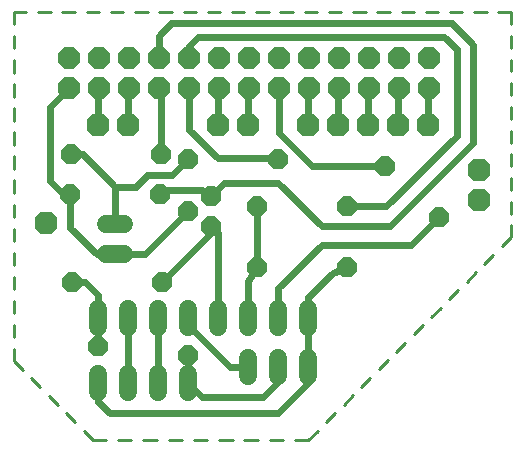
<source format=gtl>
G75*
%MOIN*%
%OFA0B0*%
%FSLAX25Y25*%
%IPPOS*%
%LPD*%
%AMOC8*
5,1,8,0,0,1.08239X$1,22.5*
%
%ADD10C,0.01000*%
%ADD11OC8,0.06600*%
%ADD12C,0.06000*%
%ADD13OC8,0.07400*%
%ADD14OC8,0.07600*%
%ADD15C,0.02400*%
D10*
X0013114Y0016136D02*
X0016136Y0013114D01*
X0018920Y0010330D02*
X0021943Y0007307D01*
X0024727Y0004523D02*
X0027750Y0001500D01*
X0032237Y0001500D01*
X0036174Y0001500D02*
X0040660Y0001500D01*
X0044597Y0001500D02*
X0049084Y0001500D01*
X0053021Y0001500D02*
X0057507Y0001500D01*
X0061444Y0001500D02*
X0065931Y0001500D01*
X0069868Y0001500D02*
X0074354Y0001500D01*
X0078291Y0001500D02*
X0082778Y0001500D01*
X0086715Y0001500D02*
X0091201Y0001500D01*
X0095138Y0001500D02*
X0099625Y0001500D01*
X0102698Y0004573D01*
X0105482Y0007357D02*
X0108555Y0010430D01*
X0111339Y0013214D02*
X0114412Y0016287D01*
X0117196Y0019071D02*
X0120269Y0022144D01*
X0123053Y0024928D02*
X0126126Y0028001D01*
X0128910Y0030785D02*
X0131983Y0033858D01*
X0134767Y0036642D02*
X0137840Y0039715D01*
X0140624Y0042499D02*
X0143697Y0045572D01*
X0146481Y0048356D02*
X0149554Y0051429D01*
X0152338Y0054213D02*
X0155411Y0057286D01*
X0158195Y0060070D02*
X0161268Y0063143D01*
X0164052Y0065927D02*
X0167125Y0069000D01*
X0167125Y0072957D01*
X0167125Y0076894D02*
X0167125Y0080850D01*
X0167125Y0084787D02*
X0167125Y0088744D01*
X0167125Y0092681D02*
X0167125Y0096638D01*
X0167125Y0100575D02*
X0167125Y0104531D01*
X0167125Y0108469D02*
X0167125Y0112425D01*
X0167125Y0116362D02*
X0167125Y0120319D01*
X0167125Y0124256D02*
X0167125Y0128213D01*
X0167125Y0132150D02*
X0167125Y0136106D01*
X0167125Y0140043D02*
X0167125Y0144000D01*
X0162988Y0144000D01*
X0159051Y0144000D02*
X0154913Y0144000D01*
X0150976Y0144000D02*
X0146839Y0144000D01*
X0142902Y0144000D02*
X0138764Y0144000D01*
X0134827Y0144000D02*
X0130690Y0144000D01*
X0126753Y0144000D02*
X0122616Y0144000D01*
X0118679Y0144000D02*
X0114541Y0144000D01*
X0110604Y0144000D02*
X0106467Y0144000D01*
X0102530Y0144000D02*
X0098393Y0144000D01*
X0094456Y0144000D02*
X0090318Y0144000D01*
X0086381Y0144000D02*
X0082244Y0144000D01*
X0078307Y0144000D02*
X0074169Y0144000D01*
X0070232Y0144000D02*
X0066095Y0144000D01*
X0062158Y0144000D02*
X0058021Y0144000D01*
X0054084Y0144000D02*
X0049946Y0144000D01*
X0046009Y0144000D02*
X0041872Y0144000D01*
X0037935Y0144000D02*
X0033798Y0144000D01*
X0029861Y0144000D02*
X0025723Y0144000D01*
X0021786Y0144000D02*
X0017649Y0144000D01*
X0013712Y0144000D02*
X0009574Y0144000D01*
X0005637Y0144000D02*
X0001500Y0144000D01*
X0001500Y0139925D01*
X0001500Y0135988D02*
X0001500Y0131912D01*
X0001500Y0127975D02*
X0001500Y0123900D01*
X0001500Y0119963D02*
X0001500Y0115887D01*
X0001500Y0111950D02*
X0001500Y0107875D01*
X0001500Y0103938D02*
X0001500Y0099862D01*
X0001500Y0095925D02*
X0001500Y0091850D01*
X0001500Y0087913D02*
X0001500Y0083837D01*
X0001500Y0079900D02*
X0001500Y0075825D01*
X0001500Y0071888D02*
X0001500Y0067812D01*
X0001500Y0063875D02*
X0001500Y0059800D01*
X0001500Y0055863D02*
X0001500Y0051787D01*
X0001500Y0047850D02*
X0001500Y0043775D01*
X0001500Y0039838D02*
X0001500Y0035762D01*
X0001500Y0031825D02*
X0001500Y0027750D01*
X0004523Y0024727D01*
X0007307Y0021943D02*
X0010330Y0018920D01*
D11*
X0029625Y0032750D03*
X0020875Y0054000D03*
X0050875Y0054000D03*
X0067125Y0072750D03*
X0059625Y0077750D03*
X0067125Y0082750D03*
X0059500Y0095125D03*
X0050375Y0096700D03*
X0050250Y0083375D03*
X0020250Y0083375D03*
X0020375Y0096700D03*
X0082438Y0079313D03*
X0089500Y0095125D03*
X0112437Y0079313D03*
X0125250Y0092750D03*
X0143125Y0075875D03*
X0112437Y0059000D03*
X0082438Y0059000D03*
X0059625Y0029625D03*
D12*
X0059625Y0023250D02*
X0059625Y0017250D01*
X0049625Y0017250D02*
X0049625Y0023250D01*
X0039625Y0023250D02*
X0039625Y0017250D01*
X0029625Y0017250D02*
X0029625Y0023250D01*
X0029625Y0039125D02*
X0029625Y0045125D01*
X0039625Y0045125D02*
X0039625Y0039125D01*
X0049625Y0039125D02*
X0049625Y0045125D01*
X0059625Y0045125D02*
X0059625Y0039125D01*
X0069625Y0039125D02*
X0069625Y0045125D01*
X0079625Y0045125D02*
X0079625Y0039125D01*
X0089625Y0039125D02*
X0089625Y0045125D01*
X0099625Y0045125D02*
X0099625Y0039125D01*
X0099625Y0028875D02*
X0099625Y0022875D01*
X0089625Y0022875D02*
X0089625Y0028875D01*
X0079625Y0028875D02*
X0079625Y0022875D01*
X0038250Y0063375D02*
X0032250Y0063375D01*
X0032250Y0073375D02*
X0038250Y0073375D01*
D13*
X0039875Y0118750D03*
X0029875Y0118750D03*
X0019875Y0118750D03*
X0019875Y0128750D03*
X0029875Y0128750D03*
X0039875Y0128750D03*
X0049875Y0128750D03*
X0059875Y0128750D03*
X0069875Y0128750D03*
X0079875Y0128750D03*
X0089875Y0128750D03*
X0099875Y0128750D03*
X0109875Y0128750D03*
X0119875Y0128750D03*
X0129875Y0128750D03*
X0139875Y0128750D03*
X0139875Y0118750D03*
X0129875Y0118750D03*
X0119875Y0118750D03*
X0109875Y0118750D03*
X0099875Y0118750D03*
X0089875Y0118750D03*
X0079875Y0118750D03*
X0069875Y0118750D03*
X0059875Y0118750D03*
X0049875Y0118750D03*
D14*
X0039375Y0106250D03*
X0029375Y0106250D03*
X0012312Y0073817D03*
X0069375Y0106250D03*
X0079375Y0106250D03*
X0099375Y0106250D03*
X0109375Y0106250D03*
X0119375Y0106250D03*
X0129375Y0106250D03*
X0139375Y0106250D03*
X0156375Y0091250D03*
X0156375Y0081250D03*
D15*
X0143125Y0075875D02*
X0133750Y0066500D01*
X0104000Y0066500D01*
X0089625Y0052125D01*
X0089625Y0042125D01*
X0079625Y0042125D02*
X0079625Y0054312D01*
X0082438Y0059000D01*
X0082438Y0079313D01*
X0089625Y0087125D02*
X0071500Y0087125D01*
X0067125Y0082750D01*
X0064000Y0084875D01*
X0052750Y0084875D01*
X0050250Y0083375D01*
X0054125Y0089750D02*
X0045875Y0089750D01*
X0042000Y0085875D01*
X0035250Y0085875D01*
X0024425Y0096700D01*
X0020375Y0096700D01*
X0013375Y0087750D02*
X0017750Y0083375D01*
X0020250Y0083375D01*
X0020250Y0072125D01*
X0029000Y0063375D01*
X0035250Y0063375D01*
X0045250Y0063375D01*
X0059625Y0077750D01*
X0067125Y0072750D02*
X0069625Y0070250D01*
X0069625Y0042125D01*
X0059625Y0042125D02*
X0059625Y0039625D01*
X0073375Y0025875D01*
X0079625Y0025875D01*
X0089625Y0025875D02*
X0089625Y0020875D01*
X0084625Y0015875D01*
X0064000Y0015875D01*
X0059625Y0020250D01*
X0059625Y0029625D01*
X0049625Y0020250D02*
X0049625Y0042125D01*
X0039625Y0042125D02*
X0039625Y0020250D01*
X0029625Y0020250D02*
X0029625Y0014000D01*
X0033375Y0010250D01*
X0089625Y0010250D01*
X0099625Y0020250D01*
X0099625Y0025875D01*
X0099625Y0042125D01*
X0099625Y0049000D01*
X0107750Y0057125D01*
X0112437Y0059000D01*
X0104000Y0072750D02*
X0089625Y0087125D01*
X0089500Y0095125D02*
X0089375Y0095250D01*
X0069375Y0095250D01*
X0059975Y0104650D01*
X0059975Y0118650D01*
X0069375Y0118250D02*
X0069875Y0118750D01*
X0069375Y0118250D02*
X0069375Y0106250D01*
X0079375Y0106250D02*
X0079375Y0118250D01*
X0079875Y0118750D01*
X0089875Y0118750D02*
X0089875Y0103750D01*
X0100875Y0092750D01*
X0125250Y0092750D01*
X0125437Y0079313D02*
X0112437Y0079313D01*
X0104000Y0072750D02*
X0126875Y0072750D01*
X0154625Y0100500D01*
X0154625Y0133000D01*
X0147375Y0140250D01*
X0053975Y0140250D01*
X0049875Y0136150D01*
X0049875Y0128750D01*
X0059775Y0128850D02*
X0059775Y0132650D01*
X0062875Y0135750D01*
X0144875Y0135750D01*
X0149000Y0131625D01*
X0149000Y0102875D01*
X0125437Y0079313D01*
X0129375Y0106250D02*
X0129375Y0118250D01*
X0129875Y0118750D01*
X0139375Y0118250D02*
X0139875Y0118750D01*
X0139375Y0118250D02*
X0139375Y0106250D01*
X0119875Y0118750D02*
X0119375Y0118250D01*
X0119375Y0106250D01*
X0109375Y0106250D02*
X0109375Y0118250D01*
X0109875Y0118750D01*
X0099875Y0118750D02*
X0099375Y0118250D01*
X0099375Y0106250D01*
X0059500Y0095125D02*
X0054125Y0089750D01*
X0050375Y0096700D02*
X0050375Y0118250D01*
X0049875Y0118750D01*
X0039875Y0118750D02*
X0039375Y0118250D01*
X0039375Y0106250D01*
X0029375Y0106250D02*
X0029375Y0118250D01*
X0029875Y0118750D01*
X0019875Y0118750D02*
X0013375Y0112250D01*
X0013375Y0087750D01*
X0035250Y0085875D02*
X0035250Y0073375D01*
X0025250Y0054000D02*
X0020875Y0054000D01*
X0025250Y0054000D02*
X0029625Y0049625D01*
X0029625Y0042125D01*
X0029625Y0032750D01*
X0050875Y0054000D02*
X0067125Y0070250D01*
X0067125Y0072750D01*
M02*

</source>
